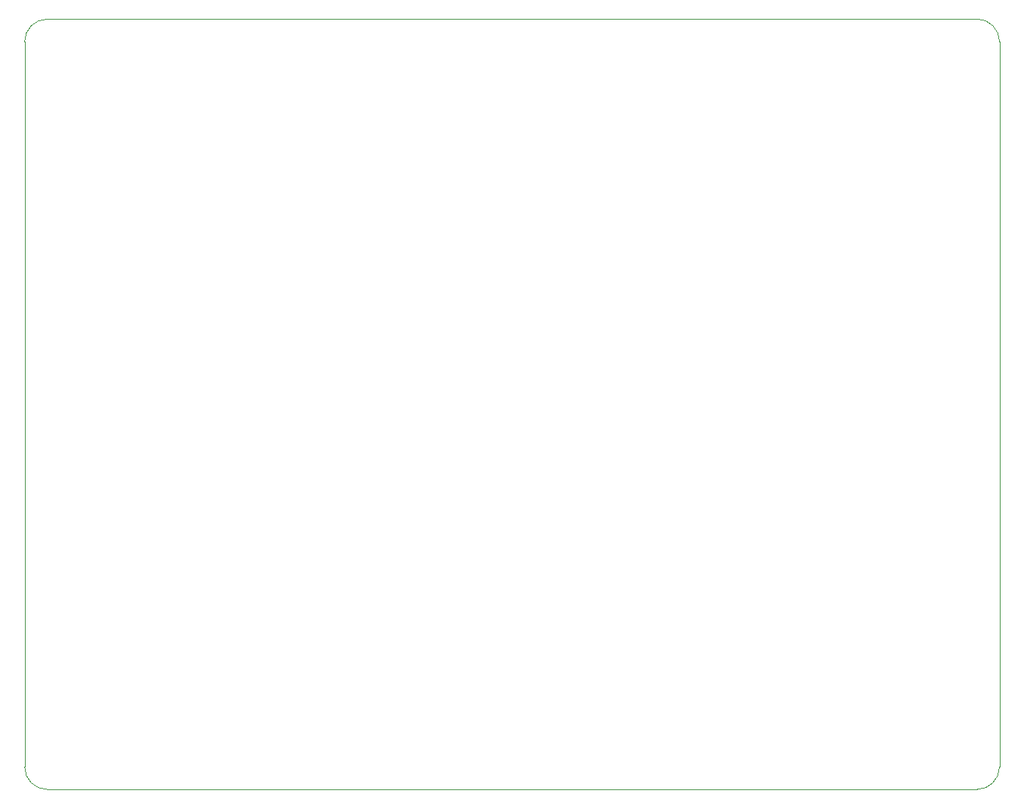
<source format=gm1>
%TF.GenerationSoftware,KiCad,Pcbnew,9.0.0*%
%TF.CreationDate,2025-03-19T00:30:10-07:00*%
%TF.ProjectId,remote,72656d6f-7465-42e6-9b69-6361645f7063,v0.3*%
%TF.SameCoordinates,Original*%
%TF.FileFunction,Profile,NP*%
%FSLAX46Y46*%
G04 Gerber Fmt 4.6, Leading zero omitted, Abs format (unit mm)*
G04 Created by KiCad (PCBNEW 9.0.0) date 2025-03-19 00:30:10*
%MOMM*%
%LPD*%
G01*
G04 APERTURE LIST*
%TA.AperFunction,Profile*%
%ADD10C,0.050000*%
%TD*%
G04 APERTURE END LIST*
D10*
X201930000Y-53340000D02*
G75*
G02*
X204470000Y-55880000I0J-2540000D01*
G01*
X204470000Y-137160000D02*
G75*
G02*
X201930000Y-139700000I-2540000J0D01*
G01*
X95250000Y-55880000D02*
G75*
G02*
X97790000Y-53340000I2540000J0D01*
G01*
X204470000Y-55880000D02*
X204470000Y-137160000D01*
X95250000Y-137160000D02*
X95250000Y-55880000D01*
X97790000Y-53340000D02*
X201930000Y-53340000D01*
X97790000Y-139700000D02*
G75*
G02*
X95250000Y-137160000I0J2540000D01*
G01*
X201930000Y-139700000D02*
X97790000Y-139700000D01*
M02*

</source>
